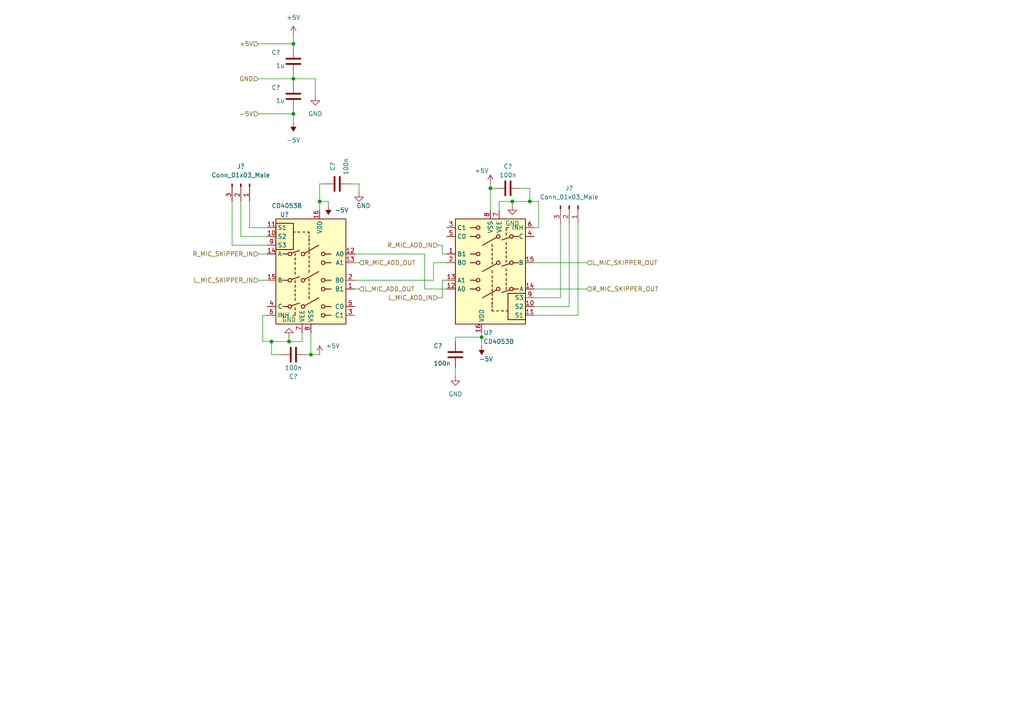
<source format=kicad_sch>
(kicad_sch (version 20211123) (generator eeschema)
  (paper "A4")
  (lib_symbols
    (symbol "Analog_Switch:CD4053B"
      (property "Reference" "U" (at -10.16 16.51 0))
      (property "Value" "CD4053B" (at 3.81 16.51 0))
      (symbol "CD4053B_0_1"
        (rectangle (start -10.16 6.35) (end -5.08 13.97) (stroke (width 0.254)))
        (rectangle (start -10.16 15.24) (end 10.16 -15.24) (stroke (width 0.254)) (fill (type background)))
        (circle (center -6.096 -10.16) (radius 0.508) (stroke (width 0.254)))
        (circle (center -6.096 -2.54) (radius 0.508) (stroke (width 0.254)))
        (circle (center -6.096 5.08) (radius 0.508) (stroke (width 0.254)))
        (circle (center -2.286 -10.16) (radius 0.508) (stroke (width 0.254)))
        (circle (center -2.286 -2.54) (radius 0.508) (stroke (width 0.254)))
        (circle (center -2.286 5.08) (radius 0.508) (stroke (width 0.254)))
        (polyline (pts (xy -8.128 -10.16) (xy -6.604 -10.16)) (stroke (width 0.254)))
        (polyline (pts (xy -8.128 -2.54) (xy -6.604 -2.54)) (stroke (width 0.254)))
        (polyline (pts (xy -8.128 5.08) (xy -6.604 5.08)) (stroke (width 0.254)))
        (polyline (pts (xy -5.588 -9.906) (xy -3.302 -9.144)) (stroke (width 0.254)))
        (polyline (pts (xy -5.588 -2.286) (xy -3.302 -1.524)) (stroke (width 0.254)))
        (polyline (pts (xy -5.588 5.334) (xy -3.302 6.096)) (stroke (width 0.254)))
        (polyline (pts (xy -4.572 -12.7) (xy -5.207 -12.7)) (stroke (width 0.254)))
        (polyline (pts (xy -4.572 -12.446) (xy -4.572 -11.811)) (stroke (width 0.254)))
        (polyline (pts (xy -4.572 -11.176) (xy -4.572 -10.541)) (stroke (width 0.254)))
        (polyline (pts (xy -4.572 -8.382) (xy -4.572 -7.747)) (stroke (width 0.254)))
        (polyline (pts (xy -4.572 -7.112) (xy -4.572 -6.477)) (stroke (width 0.254)))
        (polyline (pts (xy -4.572 -5.842) (xy -4.572 -5.207)) (stroke (width 0.254)))
        (polyline (pts (xy -4.572 -4.572) (xy -4.572 -3.937)) (stroke (width 0.254)))
        (polyline (pts (xy -4.572 -3.302) (xy -4.572 -2.667)) (stroke (width 0.254)))
        (polyline (pts (xy -4.572 -0.762) (xy -4.572 -0.127)) (stroke (width 0.254)))
        (polyline (pts (xy -4.572 0.508) (xy -4.572 1.143)) (stroke (width 0.254)))
        (polyline (pts (xy -4.572 2.032) (xy -4.572 2.667)) (stroke (width 0.254)))
        (polyline (pts (xy -4.572 3.302) (xy -4.572 3.937)) (stroke (width 0.254)))
        (polyline (pts (xy -4.572 4.572) (xy -4.572 5.207)) (stroke (width 0.254)))
        (polyline (pts (xy -4.572 11.43) (xy -5.08 11.43)) (stroke (width 0.254)))
        (polyline (pts (xy -3.81 11.43) (xy -3.175 11.43)) (stroke (width 0.254)))
        (polyline (pts (xy -1.778 -9.906) (xy 2.286 -7.62)) (stroke (width 0.254)))
        (polyline (pts (xy -1.778 -2.286) (xy 2.286 0)) (stroke (width 0.254)))
        (polyline (pts (xy -1.778 5.334) (xy 2.286 7.62)) (stroke (width 0.254)))
        (polyline (pts (xy -1.778 11.43) (xy -2.286 11.43)) (stroke (width 0.254)))
        (polyline (pts (xy -0.508 -7.874) (xy -0.508 -7.239)) (stroke (width 0.254)))
        (polyline (pts (xy -0.508 -6.604) (xy -0.508 -5.969)) (stroke (width 0.254)))
        (polyline (pts (xy -0.508 -5.334) (xy -0.508 -4.699)) (stroke (width 0.254)))
        (polyline (pts (xy -0.508 -4.064) (xy -0.508 -3.429)) (stroke (width 0.254)))
        (polyline (pts (xy -0.508 -2.794) (xy -0.508 -2.159)) (stroke (width 0.254)))
        (polyline (pts (xy -0.508 -0.254) (xy -0.508 0.381)) (stroke (width 0.254)))
        (polyline (pts (xy -0.508 1.27) (xy -0.508 1.905)) (stroke (width 0.254)))
        (polyline (pts (xy -0.508 2.54) (xy -0.508 3.175)) (stroke (width 0.254)))
        (polyline (pts (xy -0.508 3.81) (xy -0.508 4.445)) (stroke (width 0.254)))
        (polyline (pts (xy -0.508 5.08) (xy -0.508 5.715)) (stroke (width 0.254)))
        (polyline (pts (xy -0.508 6.35) (xy -0.508 6.985)) (stroke (width 0.254)))
        (polyline (pts (xy -0.508 7.62) (xy -0.508 8.255)) (stroke (width 0.254)))
        (polyline (pts (xy -0.508 8.89) (xy -0.508 9.398)) (stroke (width 0.254)))
        (polyline (pts (xy -0.508 8.89) (xy -0.508 9.525)) (stroke (width 0.254)))
        (polyline (pts (xy -0.508 9.906) (xy -0.508 10.414)) (stroke (width 0.254)))
        (polyline (pts (xy -0.508 10.922) (xy -0.508 11.43)) (stroke (width 0.254)))
        (polyline (pts (xy -0.508 11.43) (xy -1.016 11.43)) (stroke (width 0.254)))
        (polyline (pts (xy 4.064 -12.7) (xy 5.842 -12.7)) (stroke (width 0.254)))
        (polyline (pts (xy 4.064 -10.16) (xy 5.842 -10.16)) (stroke (width 0.254)))
        (polyline (pts (xy 4.064 -5.08) (xy 5.842 -5.08)) (stroke (width 0.254)))
        (polyline (pts (xy 4.064 -2.54) (xy 5.842 -2.54)) (stroke (width 0.254)))
        (polyline (pts (xy 4.064 2.54) (xy 5.842 2.54)) (stroke (width 0.254)))
        (polyline (pts (xy 4.064 5.08) (xy 5.842 5.08)) (stroke (width 0.254)))
        (circle (center 3.556 -12.7) (radius 0.508) (stroke (width 0.254)))
        (circle (center 3.556 -10.16) (radius 0.508) (stroke (width 0.254)))
        (circle (center 3.556 -5.08) (radius 0.508) (stroke (width 0.254)))
        (circle (center 3.556 -2.54) (radius 0.508) (stroke (width 0.254)))
        (circle (center 3.556 2.54) (radius 0.508) (stroke (width 0.254)))
        (circle (center 3.556 5.08) (radius 0.508) (stroke (width 0.254)))
      )
      (symbol "CD4053B_1_1"
        (pin bidirectional line (at 12.7 -5.08 180) (length 2.54) (name "B1") (number "1"))
        (pin input line (at -12.7 10.16 0) (length 2.54) (name "S2") (number "10"))
        (pin input line (at -12.7 12.7 0) (length 2.54) (name "S1") (number "11"))
        (pin bidirectional line (at 12.7 5.08 180) (length 2.54) (name "A0") (number "12"))
        (pin bidirectional line (at 12.7 2.54 180) (length 2.54) (name "A1") (number "13"))
        (pin bidirectional line (at -12.7 5.08 0) (length 2.54) (name "A") (number "14"))
        (pin bidirectional line (at -12.7 -2.54 0) (length 2.54) (name "B") (number "15"))
        (pin power_in line (at 2.54 17.78 270) (length 2.54) (name "VDD") (number "16"))
        (pin bidirectional line (at 12.7 -2.54 180) (length 2.54) (name "B0") (number "2"))
        (pin bidirectional line (at 12.7 -12.7 180) (length 2.54) (name "C1") (number "3"))
        (pin bidirectional line (at -12.7 -10.16 0) (length 2.54) (name "C") (number "4"))
        (pin bidirectional line (at 12.7 -10.16 180) (length 2.54) (name "C0") (number "5"))
        (pin input line (at -12.7 -12.7 0) (length 2.54) (name "INH") (number "6"))
        (pin power_in line (at -2.54 -17.78 90) (length 2.54) (name "VEE") (number "7"))
        (pin power_in line (at 0 -17.78 90) (length 2.54) (name "VSS") (number "8"))
        (pin input line (at -12.7 7.62 0) (length 2.54) (name "S3") (number "9"))
      )
    )
    (symbol "Connector:Conn_01x03_Male" (pin_names (offset 1.016) hide)
      (property "Reference" "J" (at 0 5.08 0))
      (property "Value" "Conn_01x03_Male" (at 0 -5.08 0))
      (symbol "Conn_01x03_Male_1_1"
        (polyline (pts (xy 1.27 -2.54) (xy 0.8636 -2.54)) (stroke (width 0.1524)))
        (polyline (pts (xy 1.27 0) (xy 0.8636 0)) (stroke (width 0.1524)))
        (polyline (pts (xy 1.27 2.54) (xy 0.8636 2.54)) (stroke (width 0.1524)))
        (rectangle (start 0.8636 -2.413) (end 0 -2.667) (stroke (width 0.1524)) (fill (type outline)))
        (rectangle (start 0.8636 0.127) (end 0 -0.127) (stroke (width 0.1524)) (fill (type outline)))
        (rectangle (start 0.8636 2.667) (end 0 2.413) (stroke (width 0.1524)) (fill (type outline)))
        (pin passive line (at 5.08 2.54 180) (length 3.81) (name "Pin_1") (number "1"))
        (pin passive line (at 5.08 0 180) (length 3.81) (name "Pin_2") (number "2"))
        (pin passive line (at 5.08 -2.54 180) (length 3.81) (name "Pin_3") (number "3"))
      )
    )
    (symbol "Device:C" (pin_numbers hide) (pin_names (offset 0.254))
      (property "Reference" "C" (at 0.635 2.54 0))
      (property "Value" "C" (at 0.635 -2.54 0))
      (symbol "C_0_1"
        (polyline (pts (xy -2.032 -0.762) (xy 2.032 -0.762)) (stroke (width 0.508)))
        (polyline (pts (xy -2.032 0.762) (xy 2.032 0.762)) (stroke (width 0.508)))
      )
      (symbol "C_1_1"
        (pin passive line (at 0 3.81 270) (length 2.794) (name "~") (number "1"))
        (pin passive line (at 0 -3.81 90) (length 2.794) (name "~") (number "2"))
      )
    )
    (symbol "power:+5V" (power) (pin_names (offset 0))
      (property "Value" "+5V" (at 0 3.556 0))
      (symbol "+5V_0_1"
        (polyline (pts (xy -0.762 1.27) (xy 0 2.54)))
        (polyline (pts (xy 0 0) (xy 0 2.54)))
        (polyline (pts (xy 0 2.54) (xy 0.762 1.27)))
      )
      (symbol "+5V_1_1"
        (pin power_in line (at 0 0 90) (length 0) hide (name "+5V") (number "1"))
      )
    )
    (symbol "power:-5V" (power) (pin_names (offset 0))
      (property "Value" "-5V" (at 0 3.81 0))
      (symbol "-5V_0_0"
        (pin power_in line (at 0 0 90) (length 0) hide (name "-5V") (number "1"))
      )
      (symbol "-5V_0_1"
        (polyline (pts (xy 0 0) (xy 0 1.27) (xy 0.762 1.27) (xy 0 2.54) (xy -0.762 1.27) (xy 0 1.27)) (fill (type outline)))
      )
    )
    (symbol "power:GND" (power) (pin_names (offset 0))
      (property "Value" "GND" (at 0 -3.81 0))
      (symbol "GND_0_1"
        (polyline (pts (xy 0 0) (xy 0 -1.27) (xy 1.27 -1.27) (xy 0 -2.54) (xy -1.27 -1.27) (xy 0 -1.27)))
      )
      (symbol "GND_1_1"
        (pin power_in line (at 0 0 270) (length 0) hide (name "GND") (number "1"))
      )
    )
  )
  (junction (at 92.71 58.42))
  (junction (at 139.7 97.79))
  (junction (at 153.67 58.42))
  (junction (at 90.17 102.87))
  (junction (at 85.09 22.86))
  (junction (at 83.82 99.06))
  (junction (at 85.09 33.02))
  (junction (at 85.09 12.7))
  (junction (at 148.59 58.42))
  (junction (at 142.24 54.61))
  (junction (at 78.74 99.06))
  (wire (pts (xy 139.7 97.79) (xy 139.7 100.33)))
  (wire (pts (xy 72.39 66.04) (xy 72.39 58.42)))
  (wire (pts (xy 151.13 54.61) (xy 153.67 54.61)))
  (wire (pts (xy 128.27 86.36) (xy 128.27 81.28)))
  (wire (pts (xy 139.7 96.52) (xy 139.7 97.79)))
  (wire (pts (xy 92.71 53.34) (xy 92.71 58.42)))
  (wire (pts (xy 132.08 97.79) (xy 132.08 99.06)))
  (wire (pts (xy 85.09 21.59) (xy 85.09 22.86)))
  (wire (pts (xy 148.59 58.42) (xy 148.59 59.69)))
  (wire (pts (xy 74.93 33.02) (xy 85.09 33.02)))
  (wire (pts (xy 123.19 73.66) (xy 123.19 83.82)))
  (wire (pts (xy 104.14 53.34) (xy 101.6 53.34)))
  (wire (pts (xy 125.73 76.2) (xy 129.54 76.2)))
  (wire (pts (xy 85.09 33.02) (xy 85.09 35.56)))
  (wire (pts (xy 102.87 83.82) (xy 104.14 83.82)))
  (wire (pts (xy 91.44 22.86) (xy 91.44 27.94)))
  (wire (pts (xy 148.59 58.42) (xy 153.67 58.42)))
  (wire (pts (xy 123.19 83.82) (xy 129.54 83.82)))
  (wire (pts (xy 144.78 58.42) (xy 148.59 58.42)))
  (wire (pts (xy 85.09 22.86) (xy 85.09 24.13)))
  (wire (pts (xy 162.56 86.36) (xy 154.94 86.36)))
  (wire (pts (xy 165.1 64.77) (xy 165.1 88.9)))
  (wire (pts (xy 78.74 99.06) (xy 76.2 99.06)))
  (wire (pts (xy 142.24 53.34) (xy 142.24 54.61)))
  (wire (pts (xy 85.09 22.86) (xy 91.44 22.86)))
  (wire (pts (xy 128.27 81.28) (xy 129.54 81.28)))
  (wire (pts (xy 128.27 73.66) (xy 128.27 71.12)))
  (wire (pts (xy 74.93 12.7) (xy 85.09 12.7)))
  (wire (pts (xy 92.71 53.34) (xy 93.98 53.34)))
  (wire (pts (xy 77.47 68.58) (xy 69.85 68.58)))
  (wire (pts (xy 92.71 58.42) (xy 92.71 60.96)))
  (wire (pts (xy 83.82 99.06) (xy 78.74 99.06)))
  (wire (pts (xy 69.85 68.58) (xy 69.85 58.42)))
  (wire (pts (xy 83.82 99.06) (xy 83.82 97.79)))
  (wire (pts (xy 142.24 54.61) (xy 142.24 60.96)))
  (wire (pts (xy 90.17 102.87) (xy 88.9 102.87)))
  (wire (pts (xy 165.1 88.9) (xy 154.94 88.9)))
  (wire (pts (xy 85.09 31.75) (xy 85.09 33.02)))
  (wire (pts (xy 153.67 58.42) (xy 156.21 58.42)))
  (wire (pts (xy 81.28 102.87) (xy 78.74 102.87)))
  (wire (pts (xy 127 86.36) (xy 128.27 86.36)))
  (wire (pts (xy 129.54 73.66) (xy 128.27 73.66)))
  (wire (pts (xy 74.93 81.28) (xy 77.47 81.28)))
  (wire (pts (xy 67.31 71.12) (xy 67.31 58.42)))
  (wire (pts (xy 77.47 91.44) (xy 76.2 91.44)))
  (wire (pts (xy 74.93 73.66) (xy 77.47 73.66)))
  (wire (pts (xy 154.94 83.82) (xy 170.18 83.82)))
  (wire (pts (xy 95.25 58.42) (xy 95.25 59.69)))
  (wire (pts (xy 167.64 91.44) (xy 154.94 91.44)))
  (wire (pts (xy 92.71 102.87) (xy 90.17 102.87)))
  (wire (pts (xy 102.87 76.2) (xy 104.14 76.2)))
  (wire (pts (xy 90.17 102.87) (xy 90.17 96.52)))
  (wire (pts (xy 104.14 53.34) (xy 104.14 55.88)))
  (wire (pts (xy 154.94 76.2) (xy 170.18 76.2)))
  (wire (pts (xy 128.27 71.12) (xy 127 71.12)))
  (wire (pts (xy 76.2 91.44) (xy 76.2 99.06)))
  (wire (pts (xy 102.87 73.66) (xy 123.19 73.66)))
  (wire (pts (xy 142.24 54.61) (xy 143.51 54.61)))
  (wire (pts (xy 78.74 102.87) (xy 78.74 99.06)))
  (wire (pts (xy 85.09 12.7) (xy 85.09 13.97)))
  (wire (pts (xy 77.47 66.04) (xy 72.39 66.04)))
  (wire (pts (xy 102.87 81.28) (xy 125.73 81.28)))
  (wire (pts (xy 156.21 66.04) (xy 156.21 58.42)))
  (wire (pts (xy 154.94 66.04) (xy 156.21 66.04)))
  (wire (pts (xy 144.78 60.96) (xy 144.78 58.42)))
  (wire (pts (xy 85.09 10.16) (xy 85.09 12.7)))
  (wire (pts (xy 167.64 64.77) (xy 167.64 91.44)))
  (wire (pts (xy 139.7 97.79) (xy 132.08 97.79)))
  (wire (pts (xy 87.63 99.06) (xy 83.82 99.06)))
  (wire (pts (xy 132.08 106.68) (xy 132.08 109.22)))
  (wire (pts (xy 74.93 22.86) (xy 85.09 22.86)))
  (wire (pts (xy 153.67 54.61) (xy 153.67 58.42)))
  (wire (pts (xy 87.63 96.52) (xy 87.63 99.06)))
  (wire (pts (xy 162.56 64.77) (xy 162.56 86.36)))
  (wire (pts (xy 92.71 58.42) (xy 95.25 58.42)))
  (wire (pts (xy 125.73 81.28) (xy 125.73 76.2)))
  (wire (pts (xy 77.47 71.12) (xy 67.31 71.12)))
  (hierarchical_label "R_MIC_SKIPPER_IN" (shape input) (at 74.93 73.66 180))
  (hierarchical_label "L_MIC_ADD_OUT" (shape input) (at 104.14 83.82 0))
  (hierarchical_label "L_MIC_ADD_IN" (shape input) (at 127 86.36 180))
  (hierarchical_label "L_MIC_SKIPPER_IN" (shape input) (at 74.93 81.28 180))
  (hierarchical_label "L_MIC_SKIPPER_OUT" (shape input) (at 170.18 76.2 0))
  (hierarchical_label "R_MIC_SKIPPER_OUT" (shape input) (at 170.18 83.82 0))
  (hierarchical_label "GND" (shape input) (at 74.93 22.86 180))
  (hierarchical_label "R_MIC_ADD_OUT" (shape input) (at 104.14 76.2 0))
  (hierarchical_label "-5V" (shape input) (at 74.93 33.02 180))
  (hierarchical_label "R_MIC_ADD_IN" (shape input) (at 127 71.12 180))
  (hierarchical_label "+5V" (shape input) (at 74.93 12.7 180))
  (symbol (lib_id "Device:C") (at 147.32 54.61 90) (unit 1)
    (property "Reference" "C?" (at 147.32 48.26 90))
    (property "Value" "100n" (at 147.32 50.8 90))
    (property "Footprint" "Capacitor_SMD:C_0805_2012Metric" (effects hide))
  )
  (symbol (lib_id "Connector:Conn_01x03_Male") (at 69.85 53.34 270) (unit 1)
    (property "Reference" "J?" (at 69.85 48.26 90))
    (property "Value" "Conn_01x03_Male" (at 69.85 50.8 90))
  )
  (symbol (lib_id "Analog_Switch:CD4053B") (at 142.24 78.74 180) (unit 1)
    (property "Reference" "U?" (at 140.2206 96.52 0) (effects (justify right)))
    (property "Value" "CD4053B" (at 140.2206 99.06 0) (effects (justify right)))
    (property "Datasheet" "http://www.ti.com/lit/ds/symlink/cd4052b.pdf" (effects hide))
  )
  (symbol (lib_id "Device:C") (at 97.79 53.34 90) (unit 1)
    (property "Reference" "C?" (at 96.52 49.53 0) (effects (justify left)))
    (property "Value" "100n" (at 100.33 50.8 0) (effects (justify left)))
    (property "Footprint" "Capacitor_SMD:C_0805_2012Metric" (effects hide))
  )
  (symbol (lib_id "Device:C") (at 85.09 27.94 0) (unit 1)
    (property "Reference" "C?" (at 78.74 25.4 0) (effects (justify left)))
    (property "Value" "1u" (at 80.01 29.21 0) (effects (justify left)))
  )
  (symbol (lib_id "Analog_Switch:CD4053B") (at 90.17 78.74 0) (unit 1)
    (property "Reference" "U?" (at 83.82 62.23 0) (effects (justify right)))
    (property "Value" "CD4053B" (at 87.63 59.69 0) (effects (justify right)))
    (property "Datasheet" "http://www.ti.com/lit/ds/symlink/cd4052b.pdf" (effects hide))
  )
  (symbol (lib_id "power:-5V") (at 95.25 59.69 180) (unit 1)
    (property "Reference" "#PWR?" (effects hide))
    (property "Value" "-5V" (at 99.06 60.96 0))
  )
  (symbol (lib_id "Device:C") (at 85.09 17.78 0) (unit 1)
    (property "Reference" "C?" (at 78.74 15.24 0) (effects (justify left)))
    (property "Value" "1u" (at 80.01 19.05 0) (effects (justify left)))
  )
  (symbol (lib_id "power:+5V") (at 92.71 102.87 0) (unit 1)
    (property "Reference" "#PWR?" (effects hide))
    (property "Value" "+5V" (at 96.52 100.33 0))
  )
  (symbol (lib_id "power:+5V") (at 142.24 53.34 0) (unit 1)
    (property "Reference" "#PWR?" (effects hide))
    (property "Value" "+5V" (at 139.7 49.53 0))
  )
  (symbol (lib_id "Device:C") (at 132.08 102.87 0) (unit 1)
    (property "Reference" "C?" (at 125.73 100.33 0) (effects (justify left)))
    (property "Value" "100n" (at 125.73 105.41 0) (effects (justify left)))
    (property "Footprint" "Capacitor_SMD:C_0805_2012Metric" (effects hide))
  )
  (symbol (lib_id "Device:C") (at 85.09 102.87 270) (unit 1)
    (property "Reference" "C?" (at 85.09 109.22 90))
    (property "Value" "100n" (at 85.09 106.68 90))
    (property "Footprint" "Capacitor_SMD:C_0805_2012Metric" (effects hide))
  )
  (symbol (lib_id "power:+5V") (at 85.09 10.16 0) (unit 1)
    (property "Reference" "#PWR?" (effects hide))
    (property "Value" "+5V" (at 85.09 5.08 0))
  )
  (symbol (lib_id "power:GND") (at 132.08 109.22 0) (unit 1)
    (property "Reference" "#PWR?" (effects hide))
    (property "Value" "GND" (at 132.08 114.3 0))
  )
  (symbol (lib_id "power:-5V") (at 139.7 100.33 180) (unit 1)
    (property "Reference" "#PWR?" (effects hide))
    (property "Value" "-5V" (at 140.97 104.14 0))
  )
  (symbol (lib_id "Connector:Conn_01x03_Male") (at 165.1 59.69 270) (unit 1)
    (property "Reference" "J?" (at 165.1 54.61 90))
    (property "Value" "Conn_01x03_Male" (at 165.1 57.15 90))
  )
  (symbol (lib_id "power:GND") (at 83.82 97.79 180) (unit 1)
    (property "Reference" "#PWR?" (effects hide))
    (property "Value" "GND" (at 83.82 92.71 0))
  )
  (symbol (lib_id "power:GND") (at 148.59 59.69 0) (unit 1)
    (property "Reference" "#PWR?" (effects hide))
    (property "Value" "GND" (at 148.59 64.77 0))
  )
  (symbol (lib_id "power:GND") (at 104.14 55.88 0) (unit 1)
    (property "Reference" "#PWR?" (effects hide))
    (property "Value" "GND" (at 105.41 59.69 0))
  )
  (symbol (lib_id "power:-5V") (at 85.09 35.56 180) (unit 1)
    (property "Reference" "#PWR?" (effects hide))
    (property "Value" "-5V" (at 85.09 40.64 0))
  )
  (symbol (lib_id "power:GND") (at 91.44 27.94 0) (unit 1)
    (property "Reference" "#PWR?" (effects hide))
    (property "Value" "GND" (at 91.44 33.02 0))
  )
)
</source>
